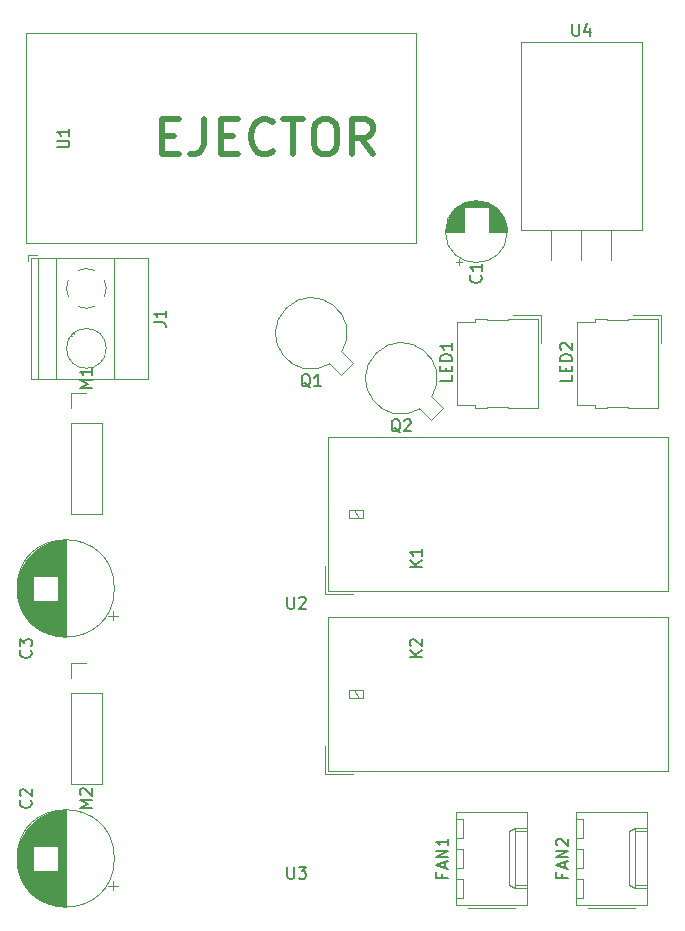
<source format=gbr>
G04 #@! TF.GenerationSoftware,KiCad,Pcbnew,(5.1.5)-3*
G04 #@! TF.CreationDate,2020-07-09T20:04:34+02:00*
G04 #@! TF.ProjectId,ejector,656a6563-746f-4722-9e6b-696361645f70,rev?*
G04 #@! TF.SameCoordinates,Original*
G04 #@! TF.FileFunction,Legend,Top*
G04 #@! TF.FilePolarity,Positive*
%FSLAX46Y46*%
G04 Gerber Fmt 4.6, Leading zero omitted, Abs format (unit mm)*
G04 Created by KiCad (PCBNEW (5.1.5)-3) date 2020-07-09 20:04:34*
%MOMM*%
%LPD*%
G04 APERTURE LIST*
%ADD10C,0.500000*%
%ADD11C,0.120000*%
%ADD12C,0.150000*%
G04 APERTURE END LIST*
D10*
X118142857Y-79795714D02*
X119142857Y-79795714D01*
X119571428Y-81367142D02*
X118142857Y-81367142D01*
X118142857Y-78367142D01*
X119571428Y-78367142D01*
X121714285Y-78367142D02*
X121714285Y-80510000D01*
X121571428Y-80938571D01*
X121285714Y-81224285D01*
X120857142Y-81367142D01*
X120571428Y-81367142D01*
X123142857Y-79795714D02*
X124142857Y-79795714D01*
X124571428Y-81367142D02*
X123142857Y-81367142D01*
X123142857Y-78367142D01*
X124571428Y-78367142D01*
X127571428Y-81081428D02*
X127428571Y-81224285D01*
X127000000Y-81367142D01*
X126714285Y-81367142D01*
X126285714Y-81224285D01*
X126000000Y-80938571D01*
X125857142Y-80652857D01*
X125714285Y-80081428D01*
X125714285Y-79652857D01*
X125857142Y-79081428D01*
X126000000Y-78795714D01*
X126285714Y-78510000D01*
X126714285Y-78367142D01*
X127000000Y-78367142D01*
X127428571Y-78510000D01*
X127571428Y-78652857D01*
X128428571Y-78367142D02*
X130142857Y-78367142D01*
X129285714Y-81367142D02*
X129285714Y-78367142D01*
X131714285Y-78367142D02*
X132285714Y-78367142D01*
X132571428Y-78510000D01*
X132857142Y-78795714D01*
X133000000Y-79367142D01*
X133000000Y-80367142D01*
X132857142Y-80938571D01*
X132571428Y-81224285D01*
X132285714Y-81367142D01*
X131714285Y-81367142D01*
X131428571Y-81224285D01*
X131142857Y-80938571D01*
X131000000Y-80367142D01*
X131000000Y-79367142D01*
X131142857Y-78795714D01*
X131428571Y-78510000D01*
X131714285Y-78367142D01*
X136000000Y-81367142D02*
X135000000Y-79938571D01*
X134285714Y-81367142D02*
X134285714Y-78367142D01*
X135428571Y-78367142D01*
X135714285Y-78510000D01*
X135857142Y-78652857D01*
X136000000Y-78938571D01*
X136000000Y-79367142D01*
X135857142Y-79652857D01*
X135714285Y-79795714D01*
X135428571Y-79938571D01*
X134285714Y-79938571D01*
D11*
X141002150Y-101912544D02*
G75*
G03X140012331Y-102902281I-2572150J1582544D01*
G01*
X141914448Y-102824499D02*
X141002281Y-101912331D01*
X140924499Y-103814448D02*
X141914448Y-102824499D01*
X140012331Y-102902281D02*
X140924499Y-103814448D01*
X114019698Y-143685000D02*
X114019698Y-142885000D01*
X114419698Y-143285000D02*
X113619698Y-143285000D01*
X105929000Y-141503000D02*
X105929000Y-140437000D01*
X105969000Y-141738000D02*
X105969000Y-140202000D01*
X106009000Y-141918000D02*
X106009000Y-140022000D01*
X106049000Y-142068000D02*
X106049000Y-139872000D01*
X106089000Y-142199000D02*
X106089000Y-139741000D01*
X106129000Y-142316000D02*
X106129000Y-139624000D01*
X106169000Y-142423000D02*
X106169000Y-139517000D01*
X106209000Y-142522000D02*
X106209000Y-139418000D01*
X106249000Y-142615000D02*
X106249000Y-139325000D01*
X106289000Y-142701000D02*
X106289000Y-139239000D01*
X106329000Y-142783000D02*
X106329000Y-139157000D01*
X106369000Y-142860000D02*
X106369000Y-139080000D01*
X106409000Y-142934000D02*
X106409000Y-139006000D01*
X106449000Y-143004000D02*
X106449000Y-138936000D01*
X106489000Y-143072000D02*
X106489000Y-138868000D01*
X106529000Y-143136000D02*
X106529000Y-138804000D01*
X106569000Y-143198000D02*
X106569000Y-138742000D01*
X106609000Y-143257000D02*
X106609000Y-138683000D01*
X106649000Y-143315000D02*
X106649000Y-138625000D01*
X106689000Y-143370000D02*
X106689000Y-138570000D01*
X106729000Y-143424000D02*
X106729000Y-138516000D01*
X106769000Y-143475000D02*
X106769000Y-138465000D01*
X106809000Y-143526000D02*
X106809000Y-138414000D01*
X106849000Y-143574000D02*
X106849000Y-138366000D01*
X106889000Y-143621000D02*
X106889000Y-138319000D01*
X106929000Y-143667000D02*
X106929000Y-138273000D01*
X106969000Y-143711000D02*
X106969000Y-138229000D01*
X107009000Y-143754000D02*
X107009000Y-138186000D01*
X107049000Y-143796000D02*
X107049000Y-138144000D01*
X107089000Y-143837000D02*
X107089000Y-138103000D01*
X107129000Y-143877000D02*
X107129000Y-138063000D01*
X107169000Y-143915000D02*
X107169000Y-138025000D01*
X107209000Y-143953000D02*
X107209000Y-137987000D01*
X107249000Y-139930000D02*
X107249000Y-137951000D01*
X107249000Y-143989000D02*
X107249000Y-142010000D01*
X107289000Y-139930000D02*
X107289000Y-137915000D01*
X107289000Y-144025000D02*
X107289000Y-142010000D01*
X107329000Y-139930000D02*
X107329000Y-137880000D01*
X107329000Y-144060000D02*
X107329000Y-142010000D01*
X107369000Y-139930000D02*
X107369000Y-137846000D01*
X107369000Y-144094000D02*
X107369000Y-142010000D01*
X107409000Y-139930000D02*
X107409000Y-137814000D01*
X107409000Y-144126000D02*
X107409000Y-142010000D01*
X107449000Y-139930000D02*
X107449000Y-137781000D01*
X107449000Y-144159000D02*
X107449000Y-142010000D01*
X107489000Y-139930000D02*
X107489000Y-137750000D01*
X107489000Y-144190000D02*
X107489000Y-142010000D01*
X107529000Y-139930000D02*
X107529000Y-137720000D01*
X107529000Y-144220000D02*
X107529000Y-142010000D01*
X107569000Y-139930000D02*
X107569000Y-137690000D01*
X107569000Y-144250000D02*
X107569000Y-142010000D01*
X107609000Y-139930000D02*
X107609000Y-137661000D01*
X107609000Y-144279000D02*
X107609000Y-142010000D01*
X107649000Y-139930000D02*
X107649000Y-137632000D01*
X107649000Y-144308000D02*
X107649000Y-142010000D01*
X107689000Y-139930000D02*
X107689000Y-137605000D01*
X107689000Y-144335000D02*
X107689000Y-142010000D01*
X107729000Y-139930000D02*
X107729000Y-137578000D01*
X107729000Y-144362000D02*
X107729000Y-142010000D01*
X107769000Y-139930000D02*
X107769000Y-137552000D01*
X107769000Y-144388000D02*
X107769000Y-142010000D01*
X107809000Y-139930000D02*
X107809000Y-137526000D01*
X107809000Y-144414000D02*
X107809000Y-142010000D01*
X107849000Y-139930000D02*
X107849000Y-137501000D01*
X107849000Y-144439000D02*
X107849000Y-142010000D01*
X107889000Y-139930000D02*
X107889000Y-137477000D01*
X107889000Y-144463000D02*
X107889000Y-142010000D01*
X107929000Y-139930000D02*
X107929000Y-137453000D01*
X107929000Y-144487000D02*
X107929000Y-142010000D01*
X107969000Y-139930000D02*
X107969000Y-137430000D01*
X107969000Y-144510000D02*
X107969000Y-142010000D01*
X108009000Y-139930000D02*
X108009000Y-137408000D01*
X108009000Y-144532000D02*
X108009000Y-142010000D01*
X108049000Y-139930000D02*
X108049000Y-137386000D01*
X108049000Y-144554000D02*
X108049000Y-142010000D01*
X108089000Y-139930000D02*
X108089000Y-137364000D01*
X108089000Y-144576000D02*
X108089000Y-142010000D01*
X108129000Y-139930000D02*
X108129000Y-137343000D01*
X108129000Y-144597000D02*
X108129000Y-142010000D01*
X108169000Y-139930000D02*
X108169000Y-137323000D01*
X108169000Y-144617000D02*
X108169000Y-142010000D01*
X108209000Y-139930000D02*
X108209000Y-137304000D01*
X108209000Y-144636000D02*
X108209000Y-142010000D01*
X108249000Y-139930000D02*
X108249000Y-137284000D01*
X108249000Y-144656000D02*
X108249000Y-142010000D01*
X108289000Y-139930000D02*
X108289000Y-137266000D01*
X108289000Y-144674000D02*
X108289000Y-142010000D01*
X108329000Y-139930000D02*
X108329000Y-137248000D01*
X108329000Y-144692000D02*
X108329000Y-142010000D01*
X108369000Y-139930000D02*
X108369000Y-137230000D01*
X108369000Y-144710000D02*
X108369000Y-142010000D01*
X108409000Y-139930000D02*
X108409000Y-137213000D01*
X108409000Y-144727000D02*
X108409000Y-142010000D01*
X108449000Y-139930000D02*
X108449000Y-137196000D01*
X108449000Y-144744000D02*
X108449000Y-142010000D01*
X108489000Y-139930000D02*
X108489000Y-137180000D01*
X108489000Y-144760000D02*
X108489000Y-142010000D01*
X108529000Y-139930000D02*
X108529000Y-137165000D01*
X108529000Y-144775000D02*
X108529000Y-142010000D01*
X108569000Y-139930000D02*
X108569000Y-137149000D01*
X108569000Y-144791000D02*
X108569000Y-142010000D01*
X108609000Y-139930000D02*
X108609000Y-137135000D01*
X108609000Y-144805000D02*
X108609000Y-142010000D01*
X108649000Y-139930000D02*
X108649000Y-137120000D01*
X108649000Y-144820000D02*
X108649000Y-142010000D01*
X108689000Y-139930000D02*
X108689000Y-137107000D01*
X108689000Y-144833000D02*
X108689000Y-142010000D01*
X108729000Y-139930000D02*
X108729000Y-137093000D01*
X108729000Y-144847000D02*
X108729000Y-142010000D01*
X108769000Y-139930000D02*
X108769000Y-137081000D01*
X108769000Y-144859000D02*
X108769000Y-142010000D01*
X108809000Y-139930000D02*
X108809000Y-137068000D01*
X108809000Y-144872000D02*
X108809000Y-142010000D01*
X108849000Y-139930000D02*
X108849000Y-137056000D01*
X108849000Y-144884000D02*
X108849000Y-142010000D01*
X108889000Y-139930000D02*
X108889000Y-137045000D01*
X108889000Y-144895000D02*
X108889000Y-142010000D01*
X108929000Y-139930000D02*
X108929000Y-137034000D01*
X108929000Y-144906000D02*
X108929000Y-142010000D01*
X108969000Y-139930000D02*
X108969000Y-137023000D01*
X108969000Y-144917000D02*
X108969000Y-142010000D01*
X109009000Y-139930000D02*
X109009000Y-137013000D01*
X109009000Y-144927000D02*
X109009000Y-142010000D01*
X109049000Y-139930000D02*
X109049000Y-137003000D01*
X109049000Y-144937000D02*
X109049000Y-142010000D01*
X109089000Y-139930000D02*
X109089000Y-136994000D01*
X109089000Y-144946000D02*
X109089000Y-142010000D01*
X109129000Y-139930000D02*
X109129000Y-136985000D01*
X109129000Y-144955000D02*
X109129000Y-142010000D01*
X109169000Y-139930000D02*
X109169000Y-136976000D01*
X109169000Y-144964000D02*
X109169000Y-142010000D01*
X109209000Y-139930000D02*
X109209000Y-136968000D01*
X109209000Y-144972000D02*
X109209000Y-142010000D01*
X109249000Y-139930000D02*
X109249000Y-136960000D01*
X109249000Y-144980000D02*
X109249000Y-142010000D01*
X109289000Y-139930000D02*
X109289000Y-136953000D01*
X109289000Y-144987000D02*
X109289000Y-142010000D01*
X109330000Y-144994000D02*
X109330000Y-136946000D01*
X109370000Y-145000000D02*
X109370000Y-136940000D01*
X109410000Y-145007000D02*
X109410000Y-136933000D01*
X109450000Y-145012000D02*
X109450000Y-136928000D01*
X109490000Y-145018000D02*
X109490000Y-136922000D01*
X109530000Y-145022000D02*
X109530000Y-136918000D01*
X109570000Y-145027000D02*
X109570000Y-136913000D01*
X109610000Y-145031000D02*
X109610000Y-136909000D01*
X109650000Y-145035000D02*
X109650000Y-136905000D01*
X109690000Y-145038000D02*
X109690000Y-136902000D01*
X109730000Y-145041000D02*
X109730000Y-136899000D01*
X109770000Y-145044000D02*
X109770000Y-136896000D01*
X109810000Y-145046000D02*
X109810000Y-136894000D01*
X109850000Y-145047000D02*
X109850000Y-136893000D01*
X109890000Y-145049000D02*
X109890000Y-136891000D01*
X109930000Y-145050000D02*
X109930000Y-136890000D01*
X109970000Y-145050000D02*
X109970000Y-136890000D01*
X110010000Y-145050000D02*
X110010000Y-136890000D01*
X114130000Y-140970000D02*
G75*
G03X114130000Y-140970000I-4120000J0D01*
G01*
X131980000Y-118560000D02*
X131980000Y-116220000D01*
X134320000Y-118560000D02*
X131980000Y-118560000D01*
X135220000Y-112170000D02*
X135220000Y-111470000D01*
X134020000Y-112170000D02*
X135220000Y-112170000D01*
X134020000Y-111470000D02*
X134020000Y-112170000D01*
X135220000Y-111470000D02*
X134020000Y-111470000D01*
X134820000Y-112170000D02*
X134420000Y-111470000D01*
X161020000Y-118320000D02*
X161020000Y-105320000D01*
X132220000Y-118320000D02*
X161020000Y-118320000D01*
X132220000Y-105320000D02*
X132220000Y-118320000D01*
X161020000Y-105320000D02*
X132220000Y-105320000D01*
X143055000Y-90454775D02*
X143555000Y-90454775D01*
X143305000Y-90704775D02*
X143305000Y-90204775D01*
X144496000Y-85299000D02*
X145064000Y-85299000D01*
X144262000Y-85339000D02*
X145298000Y-85339000D01*
X144103000Y-85379000D02*
X145457000Y-85379000D01*
X143975000Y-85419000D02*
X145585000Y-85419000D01*
X143865000Y-85459000D02*
X145695000Y-85459000D01*
X143769000Y-85499000D02*
X145791000Y-85499000D01*
X143682000Y-85539000D02*
X145878000Y-85539000D01*
X143602000Y-85579000D02*
X145958000Y-85579000D01*
X143529000Y-85619000D02*
X146031000Y-85619000D01*
X143461000Y-85659000D02*
X146099000Y-85659000D01*
X143397000Y-85699000D02*
X146163000Y-85699000D01*
X143337000Y-85739000D02*
X146223000Y-85739000D01*
X143280000Y-85779000D02*
X146280000Y-85779000D01*
X143226000Y-85819000D02*
X146334000Y-85819000D01*
X143175000Y-85859000D02*
X146385000Y-85859000D01*
X145820000Y-85899000D02*
X146433000Y-85899000D01*
X143127000Y-85899000D02*
X143740000Y-85899000D01*
X145820000Y-85939000D02*
X146479000Y-85939000D01*
X143081000Y-85939000D02*
X143740000Y-85939000D01*
X145820000Y-85979000D02*
X146523000Y-85979000D01*
X143037000Y-85979000D02*
X143740000Y-85979000D01*
X145820000Y-86019000D02*
X146565000Y-86019000D01*
X142995000Y-86019000D02*
X143740000Y-86019000D01*
X145820000Y-86059000D02*
X146606000Y-86059000D01*
X142954000Y-86059000D02*
X143740000Y-86059000D01*
X145820000Y-86099000D02*
X146644000Y-86099000D01*
X142916000Y-86099000D02*
X143740000Y-86099000D01*
X145820000Y-86139000D02*
X146681000Y-86139000D01*
X142879000Y-86139000D02*
X143740000Y-86139000D01*
X145820000Y-86179000D02*
X146717000Y-86179000D01*
X142843000Y-86179000D02*
X143740000Y-86179000D01*
X145820000Y-86219000D02*
X146751000Y-86219000D01*
X142809000Y-86219000D02*
X143740000Y-86219000D01*
X145820000Y-86259000D02*
X146784000Y-86259000D01*
X142776000Y-86259000D02*
X143740000Y-86259000D01*
X145820000Y-86299000D02*
X146815000Y-86299000D01*
X142745000Y-86299000D02*
X143740000Y-86299000D01*
X145820000Y-86339000D02*
X146845000Y-86339000D01*
X142715000Y-86339000D02*
X143740000Y-86339000D01*
X145820000Y-86379000D02*
X146875000Y-86379000D01*
X142685000Y-86379000D02*
X143740000Y-86379000D01*
X145820000Y-86419000D02*
X146902000Y-86419000D01*
X142658000Y-86419000D02*
X143740000Y-86419000D01*
X145820000Y-86459000D02*
X146929000Y-86459000D01*
X142631000Y-86459000D02*
X143740000Y-86459000D01*
X145820000Y-86499000D02*
X146955000Y-86499000D01*
X142605000Y-86499000D02*
X143740000Y-86499000D01*
X145820000Y-86539000D02*
X146980000Y-86539000D01*
X142580000Y-86539000D02*
X143740000Y-86539000D01*
X145820000Y-86579000D02*
X147004000Y-86579000D01*
X142556000Y-86579000D02*
X143740000Y-86579000D01*
X145820000Y-86619000D02*
X147027000Y-86619000D01*
X142533000Y-86619000D02*
X143740000Y-86619000D01*
X145820000Y-86659000D02*
X147048000Y-86659000D01*
X142512000Y-86659000D02*
X143740000Y-86659000D01*
X145820000Y-86699000D02*
X147070000Y-86699000D01*
X142490000Y-86699000D02*
X143740000Y-86699000D01*
X145820000Y-86739000D02*
X147090000Y-86739000D01*
X142470000Y-86739000D02*
X143740000Y-86739000D01*
X145820000Y-86779000D02*
X147109000Y-86779000D01*
X142451000Y-86779000D02*
X143740000Y-86779000D01*
X145820000Y-86819000D02*
X147128000Y-86819000D01*
X142432000Y-86819000D02*
X143740000Y-86819000D01*
X145820000Y-86859000D02*
X147145000Y-86859000D01*
X142415000Y-86859000D02*
X143740000Y-86859000D01*
X145820000Y-86899000D02*
X147162000Y-86899000D01*
X142398000Y-86899000D02*
X143740000Y-86899000D01*
X145820000Y-86939000D02*
X147178000Y-86939000D01*
X142382000Y-86939000D02*
X143740000Y-86939000D01*
X145820000Y-86979000D02*
X147194000Y-86979000D01*
X142366000Y-86979000D02*
X143740000Y-86979000D01*
X145820000Y-87019000D02*
X147208000Y-87019000D01*
X142352000Y-87019000D02*
X143740000Y-87019000D01*
X145820000Y-87059000D02*
X147222000Y-87059000D01*
X142338000Y-87059000D02*
X143740000Y-87059000D01*
X145820000Y-87099000D02*
X147235000Y-87099000D01*
X142325000Y-87099000D02*
X143740000Y-87099000D01*
X145820000Y-87139000D02*
X147248000Y-87139000D01*
X142312000Y-87139000D02*
X143740000Y-87139000D01*
X145820000Y-87179000D02*
X147260000Y-87179000D01*
X142300000Y-87179000D02*
X143740000Y-87179000D01*
X145820000Y-87220000D02*
X147271000Y-87220000D01*
X142289000Y-87220000D02*
X143740000Y-87220000D01*
X145820000Y-87260000D02*
X147281000Y-87260000D01*
X142279000Y-87260000D02*
X143740000Y-87260000D01*
X145820000Y-87300000D02*
X147291000Y-87300000D01*
X142269000Y-87300000D02*
X143740000Y-87300000D01*
X145820000Y-87340000D02*
X147300000Y-87340000D01*
X142260000Y-87340000D02*
X143740000Y-87340000D01*
X145820000Y-87380000D02*
X147308000Y-87380000D01*
X142252000Y-87380000D02*
X143740000Y-87380000D01*
X145820000Y-87420000D02*
X147316000Y-87420000D01*
X142244000Y-87420000D02*
X143740000Y-87420000D01*
X145820000Y-87460000D02*
X147323000Y-87460000D01*
X142237000Y-87460000D02*
X143740000Y-87460000D01*
X145820000Y-87500000D02*
X147330000Y-87500000D01*
X142230000Y-87500000D02*
X143740000Y-87500000D01*
X145820000Y-87540000D02*
X147336000Y-87540000D01*
X142224000Y-87540000D02*
X143740000Y-87540000D01*
X145820000Y-87580000D02*
X147341000Y-87580000D01*
X142219000Y-87580000D02*
X143740000Y-87580000D01*
X145820000Y-87620000D02*
X147345000Y-87620000D01*
X142215000Y-87620000D02*
X143740000Y-87620000D01*
X145820000Y-87660000D02*
X147349000Y-87660000D01*
X142211000Y-87660000D02*
X143740000Y-87660000D01*
X145820000Y-87700000D02*
X147353000Y-87700000D01*
X142207000Y-87700000D02*
X143740000Y-87700000D01*
X145820000Y-87740000D02*
X147356000Y-87740000D01*
X142204000Y-87740000D02*
X143740000Y-87740000D01*
X145820000Y-87780000D02*
X147358000Y-87780000D01*
X142202000Y-87780000D02*
X143740000Y-87780000D01*
X145820000Y-87820000D02*
X147359000Y-87820000D01*
X142201000Y-87820000D02*
X143740000Y-87820000D01*
X142200000Y-87860000D02*
X143740000Y-87860000D01*
X145820000Y-87860000D02*
X147360000Y-87860000D01*
X142200000Y-87900000D02*
X143740000Y-87900000D01*
X145820000Y-87900000D02*
X147360000Y-87900000D01*
X147400000Y-87900000D02*
G75*
G03X147400000Y-87900000I-2620000J0D01*
G01*
X131980000Y-133800000D02*
X131980000Y-131460000D01*
X134320000Y-133800000D02*
X131980000Y-133800000D01*
X135220000Y-127410000D02*
X135220000Y-126710000D01*
X134020000Y-127410000D02*
X135220000Y-127410000D01*
X134020000Y-126710000D02*
X134020000Y-127410000D01*
X135220000Y-126710000D02*
X134020000Y-126710000D01*
X134820000Y-127410000D02*
X134420000Y-126710000D01*
X161020000Y-133560000D02*
X161020000Y-120560000D01*
X132220000Y-133560000D02*
X161020000Y-133560000D01*
X132220000Y-120560000D02*
X132220000Y-133560000D01*
X161020000Y-120560000D02*
X132220000Y-120560000D01*
X156210000Y-87750000D02*
X156210000Y-90290000D01*
X153670000Y-87750000D02*
X153670000Y-90290000D01*
X151130000Y-87750000D02*
X151130000Y-90290000D01*
X158790000Y-71860000D02*
X158790000Y-87750000D01*
X148550000Y-71860000D02*
X148550000Y-87750000D01*
X148550000Y-71860000D02*
X158790000Y-71860000D01*
X148550000Y-87750000D02*
X158790000Y-87750000D01*
X133382150Y-98102544D02*
G75*
G03X132392331Y-99092281I-2572150J1582544D01*
G01*
X134294448Y-99014499D02*
X133382281Y-98102331D01*
X133304499Y-100004448D02*
X134294448Y-99014499D01*
X132392331Y-99092281D02*
X133304499Y-100004448D01*
X114019698Y-120825000D02*
X114019698Y-120025000D01*
X114419698Y-120425000D02*
X113619698Y-120425000D01*
X105929000Y-118643000D02*
X105929000Y-117577000D01*
X105969000Y-118878000D02*
X105969000Y-117342000D01*
X106009000Y-119058000D02*
X106009000Y-117162000D01*
X106049000Y-119208000D02*
X106049000Y-117012000D01*
X106089000Y-119339000D02*
X106089000Y-116881000D01*
X106129000Y-119456000D02*
X106129000Y-116764000D01*
X106169000Y-119563000D02*
X106169000Y-116657000D01*
X106209000Y-119662000D02*
X106209000Y-116558000D01*
X106249000Y-119755000D02*
X106249000Y-116465000D01*
X106289000Y-119841000D02*
X106289000Y-116379000D01*
X106329000Y-119923000D02*
X106329000Y-116297000D01*
X106369000Y-120000000D02*
X106369000Y-116220000D01*
X106409000Y-120074000D02*
X106409000Y-116146000D01*
X106449000Y-120144000D02*
X106449000Y-116076000D01*
X106489000Y-120212000D02*
X106489000Y-116008000D01*
X106529000Y-120276000D02*
X106529000Y-115944000D01*
X106569000Y-120338000D02*
X106569000Y-115882000D01*
X106609000Y-120397000D02*
X106609000Y-115823000D01*
X106649000Y-120455000D02*
X106649000Y-115765000D01*
X106689000Y-120510000D02*
X106689000Y-115710000D01*
X106729000Y-120564000D02*
X106729000Y-115656000D01*
X106769000Y-120615000D02*
X106769000Y-115605000D01*
X106809000Y-120666000D02*
X106809000Y-115554000D01*
X106849000Y-120714000D02*
X106849000Y-115506000D01*
X106889000Y-120761000D02*
X106889000Y-115459000D01*
X106929000Y-120807000D02*
X106929000Y-115413000D01*
X106969000Y-120851000D02*
X106969000Y-115369000D01*
X107009000Y-120894000D02*
X107009000Y-115326000D01*
X107049000Y-120936000D02*
X107049000Y-115284000D01*
X107089000Y-120977000D02*
X107089000Y-115243000D01*
X107129000Y-121017000D02*
X107129000Y-115203000D01*
X107169000Y-121055000D02*
X107169000Y-115165000D01*
X107209000Y-121093000D02*
X107209000Y-115127000D01*
X107249000Y-117070000D02*
X107249000Y-115091000D01*
X107249000Y-121129000D02*
X107249000Y-119150000D01*
X107289000Y-117070000D02*
X107289000Y-115055000D01*
X107289000Y-121165000D02*
X107289000Y-119150000D01*
X107329000Y-117070000D02*
X107329000Y-115020000D01*
X107329000Y-121200000D02*
X107329000Y-119150000D01*
X107369000Y-117070000D02*
X107369000Y-114986000D01*
X107369000Y-121234000D02*
X107369000Y-119150000D01*
X107409000Y-117070000D02*
X107409000Y-114954000D01*
X107409000Y-121266000D02*
X107409000Y-119150000D01*
X107449000Y-117070000D02*
X107449000Y-114921000D01*
X107449000Y-121299000D02*
X107449000Y-119150000D01*
X107489000Y-117070000D02*
X107489000Y-114890000D01*
X107489000Y-121330000D02*
X107489000Y-119150000D01*
X107529000Y-117070000D02*
X107529000Y-114860000D01*
X107529000Y-121360000D02*
X107529000Y-119150000D01*
X107569000Y-117070000D02*
X107569000Y-114830000D01*
X107569000Y-121390000D02*
X107569000Y-119150000D01*
X107609000Y-117070000D02*
X107609000Y-114801000D01*
X107609000Y-121419000D02*
X107609000Y-119150000D01*
X107649000Y-117070000D02*
X107649000Y-114772000D01*
X107649000Y-121448000D02*
X107649000Y-119150000D01*
X107689000Y-117070000D02*
X107689000Y-114745000D01*
X107689000Y-121475000D02*
X107689000Y-119150000D01*
X107729000Y-117070000D02*
X107729000Y-114718000D01*
X107729000Y-121502000D02*
X107729000Y-119150000D01*
X107769000Y-117070000D02*
X107769000Y-114692000D01*
X107769000Y-121528000D02*
X107769000Y-119150000D01*
X107809000Y-117070000D02*
X107809000Y-114666000D01*
X107809000Y-121554000D02*
X107809000Y-119150000D01*
X107849000Y-117070000D02*
X107849000Y-114641000D01*
X107849000Y-121579000D02*
X107849000Y-119150000D01*
X107889000Y-117070000D02*
X107889000Y-114617000D01*
X107889000Y-121603000D02*
X107889000Y-119150000D01*
X107929000Y-117070000D02*
X107929000Y-114593000D01*
X107929000Y-121627000D02*
X107929000Y-119150000D01*
X107969000Y-117070000D02*
X107969000Y-114570000D01*
X107969000Y-121650000D02*
X107969000Y-119150000D01*
X108009000Y-117070000D02*
X108009000Y-114548000D01*
X108009000Y-121672000D02*
X108009000Y-119150000D01*
X108049000Y-117070000D02*
X108049000Y-114526000D01*
X108049000Y-121694000D02*
X108049000Y-119150000D01*
X108089000Y-117070000D02*
X108089000Y-114504000D01*
X108089000Y-121716000D02*
X108089000Y-119150000D01*
X108129000Y-117070000D02*
X108129000Y-114483000D01*
X108129000Y-121737000D02*
X108129000Y-119150000D01*
X108169000Y-117070000D02*
X108169000Y-114463000D01*
X108169000Y-121757000D02*
X108169000Y-119150000D01*
X108209000Y-117070000D02*
X108209000Y-114444000D01*
X108209000Y-121776000D02*
X108209000Y-119150000D01*
X108249000Y-117070000D02*
X108249000Y-114424000D01*
X108249000Y-121796000D02*
X108249000Y-119150000D01*
X108289000Y-117070000D02*
X108289000Y-114406000D01*
X108289000Y-121814000D02*
X108289000Y-119150000D01*
X108329000Y-117070000D02*
X108329000Y-114388000D01*
X108329000Y-121832000D02*
X108329000Y-119150000D01*
X108369000Y-117070000D02*
X108369000Y-114370000D01*
X108369000Y-121850000D02*
X108369000Y-119150000D01*
X108409000Y-117070000D02*
X108409000Y-114353000D01*
X108409000Y-121867000D02*
X108409000Y-119150000D01*
X108449000Y-117070000D02*
X108449000Y-114336000D01*
X108449000Y-121884000D02*
X108449000Y-119150000D01*
X108489000Y-117070000D02*
X108489000Y-114320000D01*
X108489000Y-121900000D02*
X108489000Y-119150000D01*
X108529000Y-117070000D02*
X108529000Y-114305000D01*
X108529000Y-121915000D02*
X108529000Y-119150000D01*
X108569000Y-117070000D02*
X108569000Y-114289000D01*
X108569000Y-121931000D02*
X108569000Y-119150000D01*
X108609000Y-117070000D02*
X108609000Y-114275000D01*
X108609000Y-121945000D02*
X108609000Y-119150000D01*
X108649000Y-117070000D02*
X108649000Y-114260000D01*
X108649000Y-121960000D02*
X108649000Y-119150000D01*
X108689000Y-117070000D02*
X108689000Y-114247000D01*
X108689000Y-121973000D02*
X108689000Y-119150000D01*
X108729000Y-117070000D02*
X108729000Y-114233000D01*
X108729000Y-121987000D02*
X108729000Y-119150000D01*
X108769000Y-117070000D02*
X108769000Y-114221000D01*
X108769000Y-121999000D02*
X108769000Y-119150000D01*
X108809000Y-117070000D02*
X108809000Y-114208000D01*
X108809000Y-122012000D02*
X108809000Y-119150000D01*
X108849000Y-117070000D02*
X108849000Y-114196000D01*
X108849000Y-122024000D02*
X108849000Y-119150000D01*
X108889000Y-117070000D02*
X108889000Y-114185000D01*
X108889000Y-122035000D02*
X108889000Y-119150000D01*
X108929000Y-117070000D02*
X108929000Y-114174000D01*
X108929000Y-122046000D02*
X108929000Y-119150000D01*
X108969000Y-117070000D02*
X108969000Y-114163000D01*
X108969000Y-122057000D02*
X108969000Y-119150000D01*
X109009000Y-117070000D02*
X109009000Y-114153000D01*
X109009000Y-122067000D02*
X109009000Y-119150000D01*
X109049000Y-117070000D02*
X109049000Y-114143000D01*
X109049000Y-122077000D02*
X109049000Y-119150000D01*
X109089000Y-117070000D02*
X109089000Y-114134000D01*
X109089000Y-122086000D02*
X109089000Y-119150000D01*
X109129000Y-117070000D02*
X109129000Y-114125000D01*
X109129000Y-122095000D02*
X109129000Y-119150000D01*
X109169000Y-117070000D02*
X109169000Y-114116000D01*
X109169000Y-122104000D02*
X109169000Y-119150000D01*
X109209000Y-117070000D02*
X109209000Y-114108000D01*
X109209000Y-122112000D02*
X109209000Y-119150000D01*
X109249000Y-117070000D02*
X109249000Y-114100000D01*
X109249000Y-122120000D02*
X109249000Y-119150000D01*
X109289000Y-117070000D02*
X109289000Y-114093000D01*
X109289000Y-122127000D02*
X109289000Y-119150000D01*
X109330000Y-122134000D02*
X109330000Y-114086000D01*
X109370000Y-122140000D02*
X109370000Y-114080000D01*
X109410000Y-122147000D02*
X109410000Y-114073000D01*
X109450000Y-122152000D02*
X109450000Y-114068000D01*
X109490000Y-122158000D02*
X109490000Y-114062000D01*
X109530000Y-122162000D02*
X109530000Y-114058000D01*
X109570000Y-122167000D02*
X109570000Y-114053000D01*
X109610000Y-122171000D02*
X109610000Y-114049000D01*
X109650000Y-122175000D02*
X109650000Y-114045000D01*
X109690000Y-122178000D02*
X109690000Y-114042000D01*
X109730000Y-122181000D02*
X109730000Y-114039000D01*
X109770000Y-122184000D02*
X109770000Y-114036000D01*
X109810000Y-122186000D02*
X109810000Y-114034000D01*
X109850000Y-122187000D02*
X109850000Y-114033000D01*
X109890000Y-122189000D02*
X109890000Y-114031000D01*
X109930000Y-122190000D02*
X109930000Y-114030000D01*
X109970000Y-122190000D02*
X109970000Y-114030000D01*
X110010000Y-122190000D02*
X110010000Y-114030000D01*
X114130000Y-118110000D02*
G75*
G03X114130000Y-118110000I-4120000J0D01*
G01*
X150280000Y-94960000D02*
X150280000Y-97370000D01*
X147870000Y-94960000D02*
X150280000Y-94960000D01*
X149980000Y-102860000D02*
X149980000Y-95260000D01*
X147450000Y-102860000D02*
X149980000Y-102860000D01*
X147450000Y-102730000D02*
X147450000Y-102860000D01*
X145640000Y-102730000D02*
X147450000Y-102730000D01*
X145640000Y-102860000D02*
X145640000Y-102730000D01*
X144660000Y-102860000D02*
X145640000Y-102860000D01*
X144660000Y-102600000D02*
X144660000Y-102860000D01*
X143160000Y-102600000D02*
X144660000Y-102600000D01*
X143160000Y-95520000D02*
X143160000Y-102600000D01*
X144660000Y-95520000D02*
X143160000Y-95520000D01*
X144660000Y-95260000D02*
X144660000Y-95520000D01*
X145640000Y-95260000D02*
X144660000Y-95260000D01*
X145640000Y-95390000D02*
X145640000Y-95260000D01*
X147450000Y-95390000D02*
X145640000Y-95390000D01*
X147450000Y-95260000D02*
X147450000Y-95390000D01*
X149980000Y-95260000D02*
X147450000Y-95260000D01*
X160440000Y-94960000D02*
X160440000Y-97370000D01*
X158030000Y-94960000D02*
X160440000Y-94960000D01*
X160140000Y-102860000D02*
X160140000Y-95260000D01*
X157610000Y-102860000D02*
X160140000Y-102860000D01*
X157610000Y-102730000D02*
X157610000Y-102860000D01*
X155800000Y-102730000D02*
X157610000Y-102730000D01*
X155800000Y-102860000D02*
X155800000Y-102730000D01*
X154820000Y-102860000D02*
X155800000Y-102860000D01*
X154820000Y-102600000D02*
X154820000Y-102860000D01*
X153320000Y-102600000D02*
X154820000Y-102600000D01*
X153320000Y-95520000D02*
X153320000Y-102600000D01*
X154820000Y-95520000D02*
X153320000Y-95520000D01*
X154820000Y-95260000D02*
X154820000Y-95520000D01*
X155800000Y-95260000D02*
X154820000Y-95260000D01*
X155800000Y-95390000D02*
X155800000Y-95260000D01*
X157610000Y-95390000D02*
X155800000Y-95390000D01*
X157610000Y-95260000D02*
X157610000Y-95390000D01*
X160140000Y-95260000D02*
X157610000Y-95260000D01*
X106860000Y-89870000D02*
X106860000Y-90370000D01*
X107600000Y-89870000D02*
X106860000Y-89870000D01*
X110737000Y-96563000D02*
X110691000Y-96516000D01*
X113035000Y-98860000D02*
X112999000Y-98825000D01*
X110521000Y-96756000D02*
X110486000Y-96721000D01*
X112829000Y-99065000D02*
X112783000Y-99018000D01*
X117021000Y-100390000D02*
X107100000Y-100390000D01*
X117021000Y-90110000D02*
X107100000Y-90110000D01*
X107100000Y-90110000D02*
X107100000Y-100390000D01*
X117021000Y-90110000D02*
X117021000Y-100390000D01*
X114061000Y-90110000D02*
X114061000Y-100390000D01*
X109160000Y-90110000D02*
X109160000Y-100390000D01*
X107660000Y-90110000D02*
X107660000Y-100390000D01*
X113440000Y-97790000D02*
G75*
G03X113440000Y-97790000I-1680000J0D01*
G01*
X110079747Y-92738805D02*
G75*
G02X110225000Y-92026000I1680253J28805D01*
G01*
X111076958Y-91174574D02*
G75*
G02X112444000Y-91175000I683042J-1535426D01*
G01*
X113295426Y-92026958D02*
G75*
G02X113295000Y-93394000I-1535426J-683042D01*
G01*
X112443042Y-94245426D02*
G75*
G02X111076000Y-94245000I-683042J1535426D01*
G01*
X110225244Y-93393318D02*
G75*
G02X110080000Y-92710000I1534756J683318D01*
G01*
X106680000Y-71120000D02*
X106680000Y-88900000D01*
X139700000Y-71120000D02*
X106680000Y-71120000D01*
X139700000Y-88900000D02*
X139700000Y-71120000D01*
X106680000Y-88900000D02*
X139700000Y-88900000D01*
X153780000Y-137630000D02*
X153180000Y-137630000D01*
X153780000Y-139230000D02*
X153780000Y-137630000D01*
X153180000Y-139230000D02*
X153780000Y-139230000D01*
X153780000Y-140170000D02*
X153180000Y-140170000D01*
X153780000Y-141770000D02*
X153780000Y-140170000D01*
X153180000Y-141770000D02*
X153780000Y-141770000D01*
X153780000Y-142710000D02*
X153180000Y-142710000D01*
X153780000Y-144310000D02*
X153780000Y-142710000D01*
X153180000Y-144310000D02*
X153780000Y-144310000D01*
X159200000Y-138680000D02*
X158200000Y-138680000D01*
X159200000Y-143260000D02*
X158200000Y-143260000D01*
X157670000Y-138680000D02*
X158200000Y-138430000D01*
X157670000Y-143260000D02*
X157670000Y-138680000D01*
X158200000Y-143510000D02*
X157670000Y-143260000D01*
X158200000Y-138430000D02*
X159200000Y-138430000D01*
X158200000Y-143510000D02*
X158200000Y-138430000D01*
X159200000Y-143510000D02*
X158200000Y-143510000D01*
X154210000Y-145180000D02*
X158210000Y-145180000D01*
X153180000Y-137050000D02*
X153180000Y-144890000D01*
X159200000Y-137050000D02*
X153180000Y-137050000D01*
X159200000Y-144890000D02*
X159200000Y-137050000D01*
X153180000Y-144890000D02*
X159200000Y-144890000D01*
X143620000Y-137630000D02*
X143020000Y-137630000D01*
X143620000Y-139230000D02*
X143620000Y-137630000D01*
X143020000Y-139230000D02*
X143620000Y-139230000D01*
X143620000Y-140170000D02*
X143020000Y-140170000D01*
X143620000Y-141770000D02*
X143620000Y-140170000D01*
X143020000Y-141770000D02*
X143620000Y-141770000D01*
X143620000Y-142710000D02*
X143020000Y-142710000D01*
X143620000Y-144310000D02*
X143620000Y-142710000D01*
X143020000Y-144310000D02*
X143620000Y-144310000D01*
X149040000Y-138680000D02*
X148040000Y-138680000D01*
X149040000Y-143260000D02*
X148040000Y-143260000D01*
X147510000Y-138680000D02*
X148040000Y-138430000D01*
X147510000Y-143260000D02*
X147510000Y-138680000D01*
X148040000Y-143510000D02*
X147510000Y-143260000D01*
X148040000Y-138430000D02*
X149040000Y-138430000D01*
X148040000Y-143510000D02*
X148040000Y-138430000D01*
X149040000Y-143510000D02*
X148040000Y-143510000D01*
X144050000Y-145180000D02*
X148050000Y-145180000D01*
X143020000Y-137050000D02*
X143020000Y-144890000D01*
X149040000Y-137050000D02*
X143020000Y-137050000D01*
X149040000Y-144890000D02*
X149040000Y-137050000D01*
X143020000Y-144890000D02*
X149040000Y-144890000D01*
X110430000Y-124400000D02*
X111760000Y-124400000D01*
X110430000Y-125730000D02*
X110430000Y-124400000D01*
X110430000Y-127000000D02*
X113090000Y-127000000D01*
X113090000Y-127000000D02*
X113090000Y-134680000D01*
X110430000Y-127000000D02*
X110430000Y-134680000D01*
X110430000Y-134680000D02*
X113090000Y-134680000D01*
X110430000Y-101540000D02*
X111760000Y-101540000D01*
X110430000Y-102870000D02*
X110430000Y-101540000D01*
X110430000Y-104140000D02*
X113090000Y-104140000D01*
X113090000Y-104140000D02*
X113090000Y-111820000D01*
X110430000Y-104140000D02*
X110430000Y-111820000D01*
X110430000Y-111820000D02*
X113090000Y-111820000D01*
D12*
X128778095Y-141692380D02*
X128778095Y-142501904D01*
X128825714Y-142597142D01*
X128873333Y-142644761D01*
X128968571Y-142692380D01*
X129159047Y-142692380D01*
X129254285Y-142644761D01*
X129301904Y-142597142D01*
X129349523Y-142501904D01*
X129349523Y-141692380D01*
X129730476Y-141692380D02*
X130349523Y-141692380D01*
X130016190Y-142073333D01*
X130159047Y-142073333D01*
X130254285Y-142120952D01*
X130301904Y-142168571D01*
X130349523Y-142263809D01*
X130349523Y-142501904D01*
X130301904Y-142597142D01*
X130254285Y-142644761D01*
X130159047Y-142692380D01*
X129873333Y-142692380D01*
X129778095Y-142644761D01*
X129730476Y-142597142D01*
X128778095Y-118832380D02*
X128778095Y-119641904D01*
X128825714Y-119737142D01*
X128873333Y-119784761D01*
X128968571Y-119832380D01*
X129159047Y-119832380D01*
X129254285Y-119784761D01*
X129301904Y-119737142D01*
X129349523Y-119641904D01*
X129349523Y-118832380D01*
X129778095Y-118927619D02*
X129825714Y-118880000D01*
X129920952Y-118832380D01*
X130159047Y-118832380D01*
X130254285Y-118880000D01*
X130301904Y-118927619D01*
X130349523Y-119022857D01*
X130349523Y-119118095D01*
X130301904Y-119260952D01*
X129730476Y-119832380D01*
X130349523Y-119832380D01*
X138334761Y-104897619D02*
X138239523Y-104850000D01*
X138144285Y-104754761D01*
X138001428Y-104611904D01*
X137906190Y-104564285D01*
X137810952Y-104564285D01*
X137858571Y-104802380D02*
X137763333Y-104754761D01*
X137668095Y-104659523D01*
X137620476Y-104469047D01*
X137620476Y-104135714D01*
X137668095Y-103945238D01*
X137763333Y-103850000D01*
X137858571Y-103802380D01*
X138049047Y-103802380D01*
X138144285Y-103850000D01*
X138239523Y-103945238D01*
X138287142Y-104135714D01*
X138287142Y-104469047D01*
X138239523Y-104659523D01*
X138144285Y-104754761D01*
X138049047Y-104802380D01*
X137858571Y-104802380D01*
X138668095Y-103897619D02*
X138715714Y-103850000D01*
X138810952Y-103802380D01*
X139049047Y-103802380D01*
X139144285Y-103850000D01*
X139191904Y-103897619D01*
X139239523Y-103992857D01*
X139239523Y-104088095D01*
X139191904Y-104230952D01*
X138620476Y-104802380D01*
X139239523Y-104802380D01*
X107037142Y-136056666D02*
X107084761Y-136104285D01*
X107132380Y-136247142D01*
X107132380Y-136342380D01*
X107084761Y-136485238D01*
X106989523Y-136580476D01*
X106894285Y-136628095D01*
X106703809Y-136675714D01*
X106560952Y-136675714D01*
X106370476Y-136628095D01*
X106275238Y-136580476D01*
X106180000Y-136485238D01*
X106132380Y-136342380D01*
X106132380Y-136247142D01*
X106180000Y-136104285D01*
X106227619Y-136056666D01*
X106227619Y-135675714D02*
X106180000Y-135628095D01*
X106132380Y-135532857D01*
X106132380Y-135294761D01*
X106180000Y-135199523D01*
X106227619Y-135151904D01*
X106322857Y-135104285D01*
X106418095Y-135104285D01*
X106560952Y-135151904D01*
X107132380Y-135723333D01*
X107132380Y-135104285D01*
X140152380Y-116308095D02*
X139152380Y-116308095D01*
X140152380Y-115736666D02*
X139580952Y-116165238D01*
X139152380Y-115736666D02*
X139723809Y-116308095D01*
X140152380Y-114784285D02*
X140152380Y-115355714D01*
X140152380Y-115070000D02*
X139152380Y-115070000D01*
X139295238Y-115165238D01*
X139390476Y-115260476D01*
X139438095Y-115355714D01*
X145137142Y-91606666D02*
X145184761Y-91654285D01*
X145232380Y-91797142D01*
X145232380Y-91892380D01*
X145184761Y-92035238D01*
X145089523Y-92130476D01*
X144994285Y-92178095D01*
X144803809Y-92225714D01*
X144660952Y-92225714D01*
X144470476Y-92178095D01*
X144375238Y-92130476D01*
X144280000Y-92035238D01*
X144232380Y-91892380D01*
X144232380Y-91797142D01*
X144280000Y-91654285D01*
X144327619Y-91606666D01*
X145232380Y-90654285D02*
X145232380Y-91225714D01*
X145232380Y-90940000D02*
X144232380Y-90940000D01*
X144375238Y-91035238D01*
X144470476Y-91130476D01*
X144518095Y-91225714D01*
X140152380Y-123928095D02*
X139152380Y-123928095D01*
X140152380Y-123356666D02*
X139580952Y-123785238D01*
X139152380Y-123356666D02*
X139723809Y-123928095D01*
X139247619Y-122975714D02*
X139200000Y-122928095D01*
X139152380Y-122832857D01*
X139152380Y-122594761D01*
X139200000Y-122499523D01*
X139247619Y-122451904D01*
X139342857Y-122404285D01*
X139438095Y-122404285D01*
X139580952Y-122451904D01*
X140152380Y-123023333D01*
X140152380Y-122404285D01*
X152908095Y-70312380D02*
X152908095Y-71121904D01*
X152955714Y-71217142D01*
X153003333Y-71264761D01*
X153098571Y-71312380D01*
X153289047Y-71312380D01*
X153384285Y-71264761D01*
X153431904Y-71217142D01*
X153479523Y-71121904D01*
X153479523Y-70312380D01*
X154384285Y-70645714D02*
X154384285Y-71312380D01*
X154146190Y-70264761D02*
X153908095Y-70979047D01*
X154527142Y-70979047D01*
X130714761Y-101087619D02*
X130619523Y-101040000D01*
X130524285Y-100944761D01*
X130381428Y-100801904D01*
X130286190Y-100754285D01*
X130190952Y-100754285D01*
X130238571Y-100992380D02*
X130143333Y-100944761D01*
X130048095Y-100849523D01*
X130000476Y-100659047D01*
X130000476Y-100325714D01*
X130048095Y-100135238D01*
X130143333Y-100040000D01*
X130238571Y-99992380D01*
X130429047Y-99992380D01*
X130524285Y-100040000D01*
X130619523Y-100135238D01*
X130667142Y-100325714D01*
X130667142Y-100659047D01*
X130619523Y-100849523D01*
X130524285Y-100944761D01*
X130429047Y-100992380D01*
X130238571Y-100992380D01*
X131619523Y-100992380D02*
X131048095Y-100992380D01*
X131333809Y-100992380D02*
X131333809Y-99992380D01*
X131238571Y-100135238D01*
X131143333Y-100230476D01*
X131048095Y-100278095D01*
X107037142Y-123356666D02*
X107084761Y-123404285D01*
X107132380Y-123547142D01*
X107132380Y-123642380D01*
X107084761Y-123785238D01*
X106989523Y-123880476D01*
X106894285Y-123928095D01*
X106703809Y-123975714D01*
X106560952Y-123975714D01*
X106370476Y-123928095D01*
X106275238Y-123880476D01*
X106180000Y-123785238D01*
X106132380Y-123642380D01*
X106132380Y-123547142D01*
X106180000Y-123404285D01*
X106227619Y-123356666D01*
X106132380Y-123023333D02*
X106132380Y-122404285D01*
X106513333Y-122737619D01*
X106513333Y-122594761D01*
X106560952Y-122499523D01*
X106608571Y-122451904D01*
X106703809Y-122404285D01*
X106941904Y-122404285D01*
X107037142Y-122451904D01*
X107084761Y-122499523D01*
X107132380Y-122594761D01*
X107132380Y-122880476D01*
X107084761Y-122975714D01*
X107037142Y-123023333D01*
X142722380Y-100079047D02*
X142722380Y-100555238D01*
X141722380Y-100555238D01*
X142198571Y-99745714D02*
X142198571Y-99412380D01*
X142722380Y-99269523D02*
X142722380Y-99745714D01*
X141722380Y-99745714D01*
X141722380Y-99269523D01*
X142722380Y-98840952D02*
X141722380Y-98840952D01*
X141722380Y-98602857D01*
X141770000Y-98460000D01*
X141865238Y-98364761D01*
X141960476Y-98317142D01*
X142150952Y-98269523D01*
X142293809Y-98269523D01*
X142484285Y-98317142D01*
X142579523Y-98364761D01*
X142674761Y-98460000D01*
X142722380Y-98602857D01*
X142722380Y-98840952D01*
X142722380Y-97317142D02*
X142722380Y-97888571D01*
X142722380Y-97602857D02*
X141722380Y-97602857D01*
X141865238Y-97698095D01*
X141960476Y-97793333D01*
X142008095Y-97888571D01*
X152882380Y-100079047D02*
X152882380Y-100555238D01*
X151882380Y-100555238D01*
X152358571Y-99745714D02*
X152358571Y-99412380D01*
X152882380Y-99269523D02*
X152882380Y-99745714D01*
X151882380Y-99745714D01*
X151882380Y-99269523D01*
X152882380Y-98840952D02*
X151882380Y-98840952D01*
X151882380Y-98602857D01*
X151930000Y-98460000D01*
X152025238Y-98364761D01*
X152120476Y-98317142D01*
X152310952Y-98269523D01*
X152453809Y-98269523D01*
X152644285Y-98317142D01*
X152739523Y-98364761D01*
X152834761Y-98460000D01*
X152882380Y-98602857D01*
X152882380Y-98840952D01*
X151977619Y-97888571D02*
X151930000Y-97840952D01*
X151882380Y-97745714D01*
X151882380Y-97507619D01*
X151930000Y-97412380D01*
X151977619Y-97364761D01*
X152072857Y-97317142D01*
X152168095Y-97317142D01*
X152310952Y-97364761D01*
X152882380Y-97936190D01*
X152882380Y-97317142D01*
X117472380Y-95583333D02*
X118186666Y-95583333D01*
X118329523Y-95630952D01*
X118424761Y-95726190D01*
X118472380Y-95869047D01*
X118472380Y-95964285D01*
X118472380Y-94583333D02*
X118472380Y-95154761D01*
X118472380Y-94869047D02*
X117472380Y-94869047D01*
X117615238Y-94964285D01*
X117710476Y-95059523D01*
X117758095Y-95154761D01*
X109307380Y-80771904D02*
X110116904Y-80771904D01*
X110212142Y-80724285D01*
X110259761Y-80676666D01*
X110307380Y-80581428D01*
X110307380Y-80390952D01*
X110259761Y-80295714D01*
X110212142Y-80248095D01*
X110116904Y-80200476D01*
X109307380Y-80200476D01*
X110307380Y-79200476D02*
X110307380Y-79771904D01*
X110307380Y-79486190D02*
X109307380Y-79486190D01*
X109450238Y-79581428D01*
X109545476Y-79676666D01*
X109593095Y-79771904D01*
X152018571Y-142255714D02*
X152018571Y-142589047D01*
X152542380Y-142589047D02*
X151542380Y-142589047D01*
X151542380Y-142112857D01*
X152256666Y-141779523D02*
X152256666Y-141303333D01*
X152542380Y-141874761D02*
X151542380Y-141541428D01*
X152542380Y-141208095D01*
X152542380Y-140874761D02*
X151542380Y-140874761D01*
X152542380Y-140303333D01*
X151542380Y-140303333D01*
X151637619Y-139874761D02*
X151590000Y-139827142D01*
X151542380Y-139731904D01*
X151542380Y-139493809D01*
X151590000Y-139398571D01*
X151637619Y-139350952D01*
X151732857Y-139303333D01*
X151828095Y-139303333D01*
X151970952Y-139350952D01*
X152542380Y-139922380D01*
X152542380Y-139303333D01*
X141858571Y-142255714D02*
X141858571Y-142589047D01*
X142382380Y-142589047D02*
X141382380Y-142589047D01*
X141382380Y-142112857D01*
X142096666Y-141779523D02*
X142096666Y-141303333D01*
X142382380Y-141874761D02*
X141382380Y-141541428D01*
X142382380Y-141208095D01*
X142382380Y-140874761D02*
X141382380Y-140874761D01*
X142382380Y-140303333D01*
X141382380Y-140303333D01*
X142382380Y-139303333D02*
X142382380Y-139874761D01*
X142382380Y-139589047D02*
X141382380Y-139589047D01*
X141525238Y-139684285D01*
X141620476Y-139779523D01*
X141668095Y-139874761D01*
X112212380Y-136699523D02*
X111212380Y-136699523D01*
X111926666Y-136366190D01*
X111212380Y-136032857D01*
X112212380Y-136032857D01*
X111307619Y-135604285D02*
X111260000Y-135556666D01*
X111212380Y-135461428D01*
X111212380Y-135223333D01*
X111260000Y-135128095D01*
X111307619Y-135080476D01*
X111402857Y-135032857D01*
X111498095Y-135032857D01*
X111640952Y-135080476D01*
X112212380Y-135651904D01*
X112212380Y-135032857D01*
X112212380Y-101139523D02*
X111212380Y-101139523D01*
X111926666Y-100806190D01*
X111212380Y-100472857D01*
X112212380Y-100472857D01*
X112212380Y-99472857D02*
X112212380Y-100044285D01*
X112212380Y-99758571D02*
X111212380Y-99758571D01*
X111355238Y-99853809D01*
X111450476Y-99949047D01*
X111498095Y-100044285D01*
M02*

</source>
